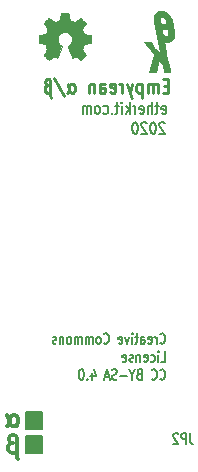
<source format=gbo>
G04 #@! TF.GenerationSoftware,KiCad,Pcbnew,5.1.6-c6e7f7d~86~ubuntu18.04.1*
G04 #@! TF.CreationDate,2020-06-07T15:31:20-07:00*
G04 #@! TF.ProjectId,Empyrean,456d7079-7265-4616-9e2e-6b696361645f,A*
G04 #@! TF.SameCoordinates,Original*
G04 #@! TF.FileFunction,Legend,Bot*
G04 #@! TF.FilePolarity,Positive*
%FSLAX46Y46*%
G04 Gerber Fmt 4.6, Leading zero omitted, Abs format (unit mm)*
G04 Created by KiCad (PCBNEW 5.1.6-c6e7f7d~86~ubuntu18.04.1) date 2020-06-07 15:31:20*
%MOMM*%
%LPD*%
G01*
G04 APERTURE LIST*
%ADD10C,0.175000*%
%ADD11C,0.200000*%
%ADD12C,0.250000*%
%ADD13C,0.300000*%
%ADD14C,0.002540*%
%ADD15C,0.150000*%
G04 APERTURE END LIST*
D10*
X138769583Y-135246428D02*
X138802916Y-135289285D01*
X138902916Y-135332142D01*
X138969583Y-135332142D01*
X139069583Y-135289285D01*
X139136250Y-135203571D01*
X139169583Y-135117857D01*
X139202916Y-134946428D01*
X139202916Y-134817857D01*
X139169583Y-134646428D01*
X139136250Y-134560714D01*
X139069583Y-134475000D01*
X138969583Y-134432142D01*
X138902916Y-134432142D01*
X138802916Y-134475000D01*
X138769583Y-134517857D01*
X138469583Y-135332142D02*
X138469583Y-134732142D01*
X138469583Y-134903571D02*
X138436250Y-134817857D01*
X138402916Y-134775000D01*
X138336250Y-134732142D01*
X138269583Y-134732142D01*
X137769583Y-135289285D02*
X137836250Y-135332142D01*
X137969583Y-135332142D01*
X138036250Y-135289285D01*
X138069583Y-135203571D01*
X138069583Y-134860714D01*
X138036250Y-134775000D01*
X137969583Y-134732142D01*
X137836250Y-134732142D01*
X137769583Y-134775000D01*
X137736250Y-134860714D01*
X137736250Y-134946428D01*
X138069583Y-135032142D01*
X137136250Y-135332142D02*
X137136250Y-134860714D01*
X137169583Y-134775000D01*
X137236250Y-134732142D01*
X137369583Y-134732142D01*
X137436250Y-134775000D01*
X137136250Y-135289285D02*
X137202916Y-135332142D01*
X137369583Y-135332142D01*
X137436250Y-135289285D01*
X137469583Y-135203571D01*
X137469583Y-135117857D01*
X137436250Y-135032142D01*
X137369583Y-134989285D01*
X137202916Y-134989285D01*
X137136250Y-134946428D01*
X136902916Y-134732142D02*
X136636250Y-134732142D01*
X136802916Y-134432142D02*
X136802916Y-135203571D01*
X136769583Y-135289285D01*
X136702916Y-135332142D01*
X136636250Y-135332142D01*
X136402916Y-135332142D02*
X136402916Y-134732142D01*
X136402916Y-134432142D02*
X136436250Y-134475000D01*
X136402916Y-134517857D01*
X136369583Y-134475000D01*
X136402916Y-134432142D01*
X136402916Y-134517857D01*
X136136250Y-134732142D02*
X135969583Y-135332142D01*
X135802916Y-134732142D01*
X135269583Y-135289285D02*
X135336250Y-135332142D01*
X135469583Y-135332142D01*
X135536250Y-135289285D01*
X135569583Y-135203571D01*
X135569583Y-134860714D01*
X135536250Y-134775000D01*
X135469583Y-134732142D01*
X135336250Y-134732142D01*
X135269583Y-134775000D01*
X135236250Y-134860714D01*
X135236250Y-134946428D01*
X135569583Y-135032142D01*
X134002916Y-135246428D02*
X134036250Y-135289285D01*
X134136250Y-135332142D01*
X134202916Y-135332142D01*
X134302916Y-135289285D01*
X134369583Y-135203571D01*
X134402916Y-135117857D01*
X134436250Y-134946428D01*
X134436250Y-134817857D01*
X134402916Y-134646428D01*
X134369583Y-134560714D01*
X134302916Y-134475000D01*
X134202916Y-134432142D01*
X134136250Y-134432142D01*
X134036250Y-134475000D01*
X134002916Y-134517857D01*
X133602916Y-135332142D02*
X133669583Y-135289285D01*
X133702916Y-135246428D01*
X133736250Y-135160714D01*
X133736250Y-134903571D01*
X133702916Y-134817857D01*
X133669583Y-134775000D01*
X133602916Y-134732142D01*
X133502916Y-134732142D01*
X133436250Y-134775000D01*
X133402916Y-134817857D01*
X133369583Y-134903571D01*
X133369583Y-135160714D01*
X133402916Y-135246428D01*
X133436250Y-135289285D01*
X133502916Y-135332142D01*
X133602916Y-135332142D01*
X133069583Y-135332142D02*
X133069583Y-134732142D01*
X133069583Y-134817857D02*
X133036250Y-134775000D01*
X132969583Y-134732142D01*
X132869583Y-134732142D01*
X132802916Y-134775000D01*
X132769583Y-134860714D01*
X132769583Y-135332142D01*
X132769583Y-134860714D02*
X132736250Y-134775000D01*
X132669583Y-134732142D01*
X132569583Y-134732142D01*
X132502916Y-134775000D01*
X132469583Y-134860714D01*
X132469583Y-135332142D01*
X132136250Y-135332142D02*
X132136250Y-134732142D01*
X132136250Y-134817857D02*
X132102916Y-134775000D01*
X132036250Y-134732142D01*
X131936250Y-134732142D01*
X131869583Y-134775000D01*
X131836250Y-134860714D01*
X131836250Y-135332142D01*
X131836250Y-134860714D02*
X131802916Y-134775000D01*
X131736250Y-134732142D01*
X131636250Y-134732142D01*
X131569583Y-134775000D01*
X131536250Y-134860714D01*
X131536250Y-135332142D01*
X131102916Y-135332142D02*
X131169583Y-135289285D01*
X131202916Y-135246428D01*
X131236250Y-135160714D01*
X131236250Y-134903571D01*
X131202916Y-134817857D01*
X131169583Y-134775000D01*
X131102916Y-134732142D01*
X131002916Y-134732142D01*
X130936250Y-134775000D01*
X130902916Y-134817857D01*
X130869583Y-134903571D01*
X130869583Y-135160714D01*
X130902916Y-135246428D01*
X130936250Y-135289285D01*
X131002916Y-135332142D01*
X131102916Y-135332142D01*
X130569583Y-134732142D02*
X130569583Y-135332142D01*
X130569583Y-134817857D02*
X130536250Y-134775000D01*
X130469583Y-134732142D01*
X130369583Y-134732142D01*
X130302916Y-134775000D01*
X130269583Y-134860714D01*
X130269583Y-135332142D01*
X129969583Y-135289285D02*
X129902916Y-135332142D01*
X129769583Y-135332142D01*
X129702916Y-135289285D01*
X129669583Y-135203571D01*
X129669583Y-135160714D01*
X129702916Y-135075000D01*
X129769583Y-135032142D01*
X129869583Y-135032142D01*
X129936250Y-134989285D01*
X129969583Y-134903571D01*
X129969583Y-134860714D01*
X129936250Y-134775000D01*
X129869583Y-134732142D01*
X129769583Y-134732142D01*
X129702916Y-134775000D01*
X138836250Y-136857142D02*
X139169583Y-136857142D01*
X139169583Y-135957142D01*
X138602916Y-136857142D02*
X138602916Y-136257142D01*
X138602916Y-135957142D02*
X138636250Y-136000000D01*
X138602916Y-136042857D01*
X138569583Y-136000000D01*
X138602916Y-135957142D01*
X138602916Y-136042857D01*
X137969583Y-136814285D02*
X138036250Y-136857142D01*
X138169583Y-136857142D01*
X138236250Y-136814285D01*
X138269583Y-136771428D01*
X138302916Y-136685714D01*
X138302916Y-136428571D01*
X138269583Y-136342857D01*
X138236250Y-136300000D01*
X138169583Y-136257142D01*
X138036250Y-136257142D01*
X137969583Y-136300000D01*
X137402916Y-136814285D02*
X137469583Y-136857142D01*
X137602916Y-136857142D01*
X137669583Y-136814285D01*
X137702916Y-136728571D01*
X137702916Y-136385714D01*
X137669583Y-136300000D01*
X137602916Y-136257142D01*
X137469583Y-136257142D01*
X137402916Y-136300000D01*
X137369583Y-136385714D01*
X137369583Y-136471428D01*
X137702916Y-136557142D01*
X137069583Y-136257142D02*
X137069583Y-136857142D01*
X137069583Y-136342857D02*
X137036250Y-136300000D01*
X136969583Y-136257142D01*
X136869583Y-136257142D01*
X136802916Y-136300000D01*
X136769583Y-136385714D01*
X136769583Y-136857142D01*
X136469583Y-136814285D02*
X136402916Y-136857142D01*
X136269583Y-136857142D01*
X136202916Y-136814285D01*
X136169583Y-136728571D01*
X136169583Y-136685714D01*
X136202916Y-136600000D01*
X136269583Y-136557142D01*
X136369583Y-136557142D01*
X136436250Y-136514285D01*
X136469583Y-136428571D01*
X136469583Y-136385714D01*
X136436250Y-136300000D01*
X136369583Y-136257142D01*
X136269583Y-136257142D01*
X136202916Y-136300000D01*
X135602916Y-136814285D02*
X135669583Y-136857142D01*
X135802916Y-136857142D01*
X135869583Y-136814285D01*
X135902916Y-136728571D01*
X135902916Y-136385714D01*
X135869583Y-136300000D01*
X135802916Y-136257142D01*
X135669583Y-136257142D01*
X135602916Y-136300000D01*
X135569583Y-136385714D01*
X135569583Y-136471428D01*
X135902916Y-136557142D01*
X138769583Y-138296428D02*
X138802916Y-138339285D01*
X138902916Y-138382142D01*
X138969583Y-138382142D01*
X139069583Y-138339285D01*
X139136250Y-138253571D01*
X139169583Y-138167857D01*
X139202916Y-137996428D01*
X139202916Y-137867857D01*
X139169583Y-137696428D01*
X139136250Y-137610714D01*
X139069583Y-137525000D01*
X138969583Y-137482142D01*
X138902916Y-137482142D01*
X138802916Y-137525000D01*
X138769583Y-137567857D01*
X138069583Y-138296428D02*
X138102916Y-138339285D01*
X138202916Y-138382142D01*
X138269583Y-138382142D01*
X138369583Y-138339285D01*
X138436250Y-138253571D01*
X138469583Y-138167857D01*
X138502916Y-137996428D01*
X138502916Y-137867857D01*
X138469583Y-137696428D01*
X138436250Y-137610714D01*
X138369583Y-137525000D01*
X138269583Y-137482142D01*
X138202916Y-137482142D01*
X138102916Y-137525000D01*
X138069583Y-137567857D01*
X137002916Y-137910714D02*
X136902916Y-137953571D01*
X136869583Y-137996428D01*
X136836250Y-138082142D01*
X136836250Y-138210714D01*
X136869583Y-138296428D01*
X136902916Y-138339285D01*
X136969583Y-138382142D01*
X137236250Y-138382142D01*
X137236250Y-137482142D01*
X137002916Y-137482142D01*
X136936250Y-137525000D01*
X136902916Y-137567857D01*
X136869583Y-137653571D01*
X136869583Y-137739285D01*
X136902916Y-137825000D01*
X136936250Y-137867857D01*
X137002916Y-137910714D01*
X137236250Y-137910714D01*
X136402916Y-137953571D02*
X136402916Y-138382142D01*
X136636250Y-137482142D02*
X136402916Y-137953571D01*
X136169583Y-137482142D01*
X135936250Y-138039285D02*
X135402916Y-138039285D01*
X135102916Y-138339285D02*
X135002916Y-138382142D01*
X134836250Y-138382142D01*
X134769583Y-138339285D01*
X134736250Y-138296428D01*
X134702916Y-138210714D01*
X134702916Y-138125000D01*
X134736250Y-138039285D01*
X134769583Y-137996428D01*
X134836250Y-137953571D01*
X134969583Y-137910714D01*
X135036250Y-137867857D01*
X135069583Y-137825000D01*
X135102916Y-137739285D01*
X135102916Y-137653571D01*
X135069583Y-137567857D01*
X135036250Y-137525000D01*
X134969583Y-137482142D01*
X134802916Y-137482142D01*
X134702916Y-137525000D01*
X134436250Y-138125000D02*
X134102916Y-138125000D01*
X134502916Y-138382142D02*
X134269583Y-137482142D01*
X134036250Y-138382142D01*
X132969583Y-137782142D02*
X132969583Y-138382142D01*
X133136250Y-137439285D02*
X133302916Y-138082142D01*
X132869583Y-138082142D01*
X132602916Y-138296428D02*
X132569583Y-138339285D01*
X132602916Y-138382142D01*
X132636250Y-138339285D01*
X132602916Y-138296428D01*
X132602916Y-138382142D01*
X132136250Y-137482142D02*
X132069583Y-137482142D01*
X132002916Y-137525000D01*
X131969583Y-137567857D01*
X131936250Y-137653571D01*
X131902916Y-137825000D01*
X131902916Y-138039285D01*
X131936250Y-138210714D01*
X131969583Y-138296428D01*
X132002916Y-138339285D01*
X132069583Y-138382142D01*
X132136250Y-138382142D01*
X132202916Y-138339285D01*
X132236250Y-138296428D01*
X132269583Y-138210714D01*
X132302916Y-138039285D01*
X132302916Y-137825000D01*
X132269583Y-137653571D01*
X132236250Y-137567857D01*
X132202916Y-137525000D01*
X132136250Y-137482142D01*
D11*
X139167619Y-116647619D02*
X139129523Y-116600000D01*
X139053333Y-116552380D01*
X138862857Y-116552380D01*
X138786666Y-116600000D01*
X138748571Y-116647619D01*
X138710476Y-116742857D01*
X138710476Y-116838095D01*
X138748571Y-116980952D01*
X139205714Y-117552380D01*
X138710476Y-117552380D01*
X138215238Y-116552380D02*
X138139047Y-116552380D01*
X138062857Y-116600000D01*
X138024761Y-116647619D01*
X137986666Y-116742857D01*
X137948571Y-116933333D01*
X137948571Y-117171428D01*
X137986666Y-117361904D01*
X138024761Y-117457142D01*
X138062857Y-117504761D01*
X138139047Y-117552380D01*
X138215238Y-117552380D01*
X138291428Y-117504761D01*
X138329523Y-117457142D01*
X138367619Y-117361904D01*
X138405714Y-117171428D01*
X138405714Y-116933333D01*
X138367619Y-116742857D01*
X138329523Y-116647619D01*
X138291428Y-116600000D01*
X138215238Y-116552380D01*
X137643809Y-116647619D02*
X137605714Y-116600000D01*
X137529523Y-116552380D01*
X137339047Y-116552380D01*
X137262857Y-116600000D01*
X137224761Y-116647619D01*
X137186666Y-116742857D01*
X137186666Y-116838095D01*
X137224761Y-116980952D01*
X137681904Y-117552380D01*
X137186666Y-117552380D01*
X136691428Y-116552380D02*
X136615238Y-116552380D01*
X136539047Y-116600000D01*
X136500952Y-116647619D01*
X136462857Y-116742857D01*
X136424761Y-116933333D01*
X136424761Y-117171428D01*
X136462857Y-117361904D01*
X136500952Y-117457142D01*
X136539047Y-117504761D01*
X136615238Y-117552380D01*
X136691428Y-117552380D01*
X136767619Y-117504761D01*
X136805714Y-117457142D01*
X136843809Y-117361904D01*
X136881904Y-117171428D01*
X136881904Y-116933333D01*
X136843809Y-116742857D01*
X136805714Y-116647619D01*
X136767619Y-116600000D01*
X136691428Y-116552380D01*
X138924761Y-115804761D02*
X139000952Y-115852380D01*
X139153333Y-115852380D01*
X139229523Y-115804761D01*
X139267619Y-115709523D01*
X139267619Y-115328571D01*
X139229523Y-115233333D01*
X139153333Y-115185714D01*
X139000952Y-115185714D01*
X138924761Y-115233333D01*
X138886666Y-115328571D01*
X138886666Y-115423809D01*
X139267619Y-115519047D01*
X138658095Y-115185714D02*
X138353333Y-115185714D01*
X138543809Y-114852380D02*
X138543809Y-115709523D01*
X138505714Y-115804761D01*
X138429523Y-115852380D01*
X138353333Y-115852380D01*
X138086666Y-115852380D02*
X138086666Y-114852380D01*
X137743809Y-115852380D02*
X137743809Y-115328571D01*
X137781904Y-115233333D01*
X137858095Y-115185714D01*
X137972380Y-115185714D01*
X138048571Y-115233333D01*
X138086666Y-115280952D01*
X137058095Y-115804761D02*
X137134285Y-115852380D01*
X137286666Y-115852380D01*
X137362857Y-115804761D01*
X137400952Y-115709523D01*
X137400952Y-115328571D01*
X137362857Y-115233333D01*
X137286666Y-115185714D01*
X137134285Y-115185714D01*
X137058095Y-115233333D01*
X137020000Y-115328571D01*
X137020000Y-115423809D01*
X137400952Y-115519047D01*
X136677142Y-115852380D02*
X136677142Y-115185714D01*
X136677142Y-115376190D02*
X136639047Y-115280952D01*
X136600952Y-115233333D01*
X136524761Y-115185714D01*
X136448571Y-115185714D01*
X136181904Y-115852380D02*
X136181904Y-114852380D01*
X136105714Y-115471428D02*
X135877142Y-115852380D01*
X135877142Y-115185714D02*
X136181904Y-115566666D01*
X135534285Y-115852380D02*
X135534285Y-115185714D01*
X135534285Y-114852380D02*
X135572380Y-114900000D01*
X135534285Y-114947619D01*
X135496190Y-114900000D01*
X135534285Y-114852380D01*
X135534285Y-114947619D01*
X135267619Y-115185714D02*
X134962857Y-115185714D01*
X135153333Y-114852380D02*
X135153333Y-115709523D01*
X135115238Y-115804761D01*
X135039047Y-115852380D01*
X134962857Y-115852380D01*
X134696190Y-115757142D02*
X134658095Y-115804761D01*
X134696190Y-115852380D01*
X134734285Y-115804761D01*
X134696190Y-115757142D01*
X134696190Y-115852380D01*
X133972380Y-115804761D02*
X134048571Y-115852380D01*
X134200952Y-115852380D01*
X134277142Y-115804761D01*
X134315238Y-115757142D01*
X134353333Y-115661904D01*
X134353333Y-115376190D01*
X134315238Y-115280952D01*
X134277142Y-115233333D01*
X134200952Y-115185714D01*
X134048571Y-115185714D01*
X133972380Y-115233333D01*
X133515238Y-115852380D02*
X133591428Y-115804761D01*
X133629523Y-115757142D01*
X133667619Y-115661904D01*
X133667619Y-115376190D01*
X133629523Y-115280952D01*
X133591428Y-115233333D01*
X133515238Y-115185714D01*
X133400952Y-115185714D01*
X133324761Y-115233333D01*
X133286666Y-115280952D01*
X133248571Y-115376190D01*
X133248571Y-115661904D01*
X133286666Y-115757142D01*
X133324761Y-115804761D01*
X133400952Y-115852380D01*
X133515238Y-115852380D01*
X132905714Y-115852380D02*
X132905714Y-115185714D01*
X132905714Y-115280952D02*
X132867619Y-115233333D01*
X132791428Y-115185714D01*
X132677142Y-115185714D01*
X132600952Y-115233333D01*
X132562857Y-115328571D01*
X132562857Y-115852380D01*
X132562857Y-115328571D02*
X132524761Y-115233333D01*
X132448571Y-115185714D01*
X132334285Y-115185714D01*
X132258095Y-115233333D01*
X132220000Y-115328571D01*
X132220000Y-115852380D01*
D12*
X139464285Y-113464285D02*
X139130952Y-113464285D01*
X138988095Y-114092857D02*
X139464285Y-114092857D01*
X139464285Y-112892857D01*
X138988095Y-112892857D01*
X138559523Y-114092857D02*
X138559523Y-113292857D01*
X138559523Y-113407142D02*
X138511904Y-113350000D01*
X138416666Y-113292857D01*
X138273809Y-113292857D01*
X138178571Y-113350000D01*
X138130952Y-113464285D01*
X138130952Y-114092857D01*
X138130952Y-113464285D02*
X138083333Y-113350000D01*
X137988095Y-113292857D01*
X137845238Y-113292857D01*
X137750000Y-113350000D01*
X137702380Y-113464285D01*
X137702380Y-114092857D01*
X137226190Y-113292857D02*
X137226190Y-114492857D01*
X137226190Y-113350000D02*
X137130952Y-113292857D01*
X136940476Y-113292857D01*
X136845238Y-113350000D01*
X136797619Y-113407142D01*
X136750000Y-113521428D01*
X136750000Y-113864285D01*
X136797619Y-113978571D01*
X136845238Y-114035714D01*
X136940476Y-114092857D01*
X137130952Y-114092857D01*
X137226190Y-114035714D01*
X136416666Y-113292857D02*
X136178571Y-114092857D01*
X135940476Y-113292857D02*
X136178571Y-114092857D01*
X136273809Y-114378571D01*
X136321428Y-114435714D01*
X136416666Y-114492857D01*
X135559523Y-114092857D02*
X135559523Y-113292857D01*
X135559523Y-113521428D02*
X135511904Y-113407142D01*
X135464285Y-113350000D01*
X135369047Y-113292857D01*
X135273809Y-113292857D01*
X134559523Y-114035714D02*
X134654761Y-114092857D01*
X134845238Y-114092857D01*
X134940476Y-114035714D01*
X134988095Y-113921428D01*
X134988095Y-113464285D01*
X134940476Y-113350000D01*
X134845238Y-113292857D01*
X134654761Y-113292857D01*
X134559523Y-113350000D01*
X134511904Y-113464285D01*
X134511904Y-113578571D01*
X134988095Y-113692857D01*
X133654761Y-114092857D02*
X133654761Y-113464285D01*
X133702380Y-113350000D01*
X133797619Y-113292857D01*
X133988095Y-113292857D01*
X134083333Y-113350000D01*
X133654761Y-114035714D02*
X133750000Y-114092857D01*
X133988095Y-114092857D01*
X134083333Y-114035714D01*
X134130952Y-113921428D01*
X134130952Y-113807142D01*
X134083333Y-113692857D01*
X133988095Y-113635714D01*
X133750000Y-113635714D01*
X133654761Y-113578571D01*
X133178571Y-113292857D02*
X133178571Y-114092857D01*
X133178571Y-113407142D02*
X133130952Y-113350000D01*
X133035714Y-113292857D01*
X132892857Y-113292857D01*
X132797619Y-113350000D01*
X132750000Y-113464285D01*
X132750000Y-114092857D01*
X130940476Y-113292857D02*
X131083333Y-113864285D01*
X131130952Y-113978571D01*
X131178571Y-114035714D01*
X131273809Y-114092857D01*
X131369047Y-114092857D01*
X131464285Y-114035714D01*
X131511904Y-113978571D01*
X131559523Y-113807142D01*
X131559523Y-113578571D01*
X131511904Y-113407142D01*
X131464285Y-113350000D01*
X131369047Y-113292857D01*
X131273809Y-113292857D01*
X131178571Y-113350000D01*
X131130952Y-113407142D01*
X131083333Y-113521428D01*
X131035714Y-113921428D01*
X130988095Y-114035714D01*
X130892857Y-114092857D01*
X129797619Y-112835714D02*
X130654761Y-114378571D01*
X129178571Y-113407142D02*
X129083333Y-113464285D01*
X129035714Y-113521428D01*
X128988095Y-113635714D01*
X128988095Y-113864285D01*
X129035714Y-113978571D01*
X129083333Y-114035714D01*
X129178571Y-114092857D01*
X129321428Y-114092857D01*
X129416666Y-114035714D01*
X129464285Y-113978571D01*
X129559523Y-114492857D02*
X129511904Y-114435714D01*
X129464285Y-114321428D01*
X129464285Y-113064285D01*
X129416666Y-112950000D01*
X129321428Y-112892857D01*
X129178571Y-112892857D01*
X129083333Y-112950000D01*
X129035714Y-113064285D01*
X129035714Y-113235714D01*
X129083333Y-113350000D01*
X129178571Y-113407142D01*
X129273809Y-113407142D01*
D13*
X126192857Y-143721428D02*
X126050000Y-143792857D01*
X125978571Y-143864285D01*
X125907142Y-144007142D01*
X125907142Y-144292857D01*
X125978571Y-144435714D01*
X126050000Y-144507142D01*
X126192857Y-144578571D01*
X126407142Y-144578571D01*
X126550000Y-144507142D01*
X126621428Y-144435714D01*
X126764285Y-145078571D02*
X126692857Y-145007142D01*
X126621428Y-144864285D01*
X126621428Y-143292857D01*
X126550000Y-143150000D01*
X126407142Y-143078571D01*
X126192857Y-143078571D01*
X126050000Y-143150000D01*
X125978571Y-143292857D01*
X125978571Y-143507142D01*
X126050000Y-143650000D01*
X126192857Y-143721428D01*
X126335714Y-143721428D01*
X125835714Y-141328571D02*
X126050000Y-142042857D01*
X126121428Y-142185714D01*
X126192857Y-142257142D01*
X126335714Y-142328571D01*
X126478571Y-142328571D01*
X126621428Y-142257142D01*
X126692857Y-142185714D01*
X126764285Y-141971428D01*
X126764285Y-141685714D01*
X126692857Y-141471428D01*
X126621428Y-141400000D01*
X126478571Y-141328571D01*
X126335714Y-141328571D01*
X126192857Y-141400000D01*
X126121428Y-141471428D01*
X126050000Y-141614285D01*
X125978571Y-142114285D01*
X125907142Y-142257142D01*
X125764285Y-142328571D01*
D14*
G36*
X132048740Y-111298980D02*
G01*
X132025880Y-111286280D01*
X131972540Y-111253260D01*
X131898880Y-111205000D01*
X131809980Y-111146580D01*
X131723620Y-111085620D01*
X131649960Y-111037360D01*
X131599160Y-111004340D01*
X131578840Y-110994180D01*
X131566140Y-110996720D01*
X131525500Y-111017040D01*
X131464540Y-111050060D01*
X131428980Y-111067840D01*
X131373100Y-111090700D01*
X131345160Y-111095780D01*
X131340080Y-111088160D01*
X131319760Y-111047520D01*
X131289280Y-110973860D01*
X131246100Y-110877340D01*
X131197840Y-110763040D01*
X131147040Y-110641120D01*
X131093700Y-110519200D01*
X131045440Y-110399820D01*
X131002260Y-110293140D01*
X130966700Y-110206780D01*
X130943840Y-110145820D01*
X130936220Y-110120420D01*
X130938760Y-110115340D01*
X130966700Y-110087400D01*
X131014960Y-110051840D01*
X131119100Y-109965480D01*
X131223240Y-109835940D01*
X131286740Y-109688620D01*
X131309600Y-109523520D01*
X131291820Y-109373660D01*
X131230860Y-109228880D01*
X131129260Y-109096800D01*
X131004800Y-109000280D01*
X130862560Y-108936780D01*
X130700000Y-108916460D01*
X130545060Y-108934240D01*
X130397740Y-108992660D01*
X130265660Y-109094260D01*
X130209780Y-109157760D01*
X130133580Y-109289840D01*
X130090400Y-109432080D01*
X130085320Y-109467640D01*
X130092940Y-109625120D01*
X130138660Y-109774980D01*
X130219940Y-109907060D01*
X130334240Y-110018820D01*
X130349480Y-110028980D01*
X130402820Y-110067080D01*
X130438380Y-110095020D01*
X130466320Y-110117880D01*
X130268200Y-110597940D01*
X130235180Y-110674140D01*
X130181840Y-110803680D01*
X130133580Y-110917980D01*
X130092940Y-111006880D01*
X130067540Y-111067840D01*
X130054840Y-111090700D01*
X130054840Y-111093240D01*
X130037060Y-111095780D01*
X130001500Y-111083080D01*
X129932920Y-111050060D01*
X129889740Y-111027200D01*
X129838940Y-111001800D01*
X129816080Y-110994180D01*
X129795760Y-111004340D01*
X129747500Y-111034820D01*
X129676380Y-111083080D01*
X129590020Y-111141500D01*
X129508740Y-111197380D01*
X129435080Y-111245640D01*
X129379200Y-111281200D01*
X129353800Y-111296440D01*
X129348720Y-111296440D01*
X129325860Y-111283740D01*
X129282680Y-111245640D01*
X129216640Y-111184680D01*
X129125200Y-111093240D01*
X129109960Y-111080540D01*
X129033760Y-111001800D01*
X128972800Y-110938300D01*
X128932160Y-110892580D01*
X128916920Y-110869720D01*
X128929620Y-110844320D01*
X128965180Y-110790980D01*
X129013440Y-110714780D01*
X129074400Y-110625880D01*
X129234420Y-110394740D01*
X129145520Y-110176300D01*
X129120120Y-110110260D01*
X129084560Y-110028980D01*
X129059160Y-109973100D01*
X129046460Y-109947700D01*
X129023600Y-109937540D01*
X128965180Y-109924840D01*
X128878820Y-109907060D01*
X128774680Y-109886740D01*
X128675620Y-109868960D01*
X128589260Y-109851180D01*
X128523220Y-109838480D01*
X128495280Y-109833400D01*
X128487660Y-109830860D01*
X128482580Y-109815620D01*
X128480040Y-109785140D01*
X128477500Y-109731800D01*
X128474960Y-109647980D01*
X128474960Y-109523520D01*
X128474960Y-109510820D01*
X128477500Y-109393980D01*
X128477500Y-109300000D01*
X128482580Y-109241580D01*
X128485120Y-109216180D01*
X128513060Y-109211100D01*
X128576560Y-109195860D01*
X128665460Y-109180620D01*
X128769600Y-109160300D01*
X128777220Y-109157760D01*
X128881360Y-109137440D01*
X128970260Y-109119660D01*
X129031220Y-109104420D01*
X129059160Y-109096800D01*
X129064240Y-109089180D01*
X129084560Y-109048540D01*
X129115040Y-108982500D01*
X129150600Y-108903760D01*
X129183620Y-108819940D01*
X129214100Y-108746280D01*
X129234420Y-108690400D01*
X129239500Y-108665000D01*
X129224260Y-108639600D01*
X129188700Y-108586260D01*
X129137900Y-108510060D01*
X129074400Y-108421160D01*
X129071860Y-108413540D01*
X129010900Y-108324640D01*
X128960100Y-108248440D01*
X128929620Y-108195100D01*
X128916920Y-108172240D01*
X128916920Y-108169700D01*
X128937240Y-108144300D01*
X128982960Y-108093500D01*
X129046460Y-108024920D01*
X129125200Y-107946180D01*
X129150600Y-107920780D01*
X129236960Y-107836960D01*
X129295380Y-107781080D01*
X129333480Y-107753140D01*
X129351260Y-107745520D01*
X129379200Y-107763300D01*
X129435080Y-107798860D01*
X129511280Y-107852200D01*
X129602720Y-107913160D01*
X129607800Y-107915700D01*
X129696700Y-107976660D01*
X129770360Y-108027460D01*
X129823700Y-108063020D01*
X129846560Y-108075720D01*
X129851640Y-108075720D01*
X129887200Y-108065560D01*
X129950700Y-108042700D01*
X130026900Y-108012220D01*
X130110720Y-107979200D01*
X130184380Y-107948720D01*
X130240260Y-107923320D01*
X130268200Y-107908080D01*
X130268200Y-107905540D01*
X130278360Y-107875060D01*
X130293600Y-107809020D01*
X130311380Y-107717580D01*
X130331700Y-107608360D01*
X130336780Y-107590580D01*
X130357100Y-107483900D01*
X130372340Y-107397540D01*
X130385040Y-107336580D01*
X130392660Y-107311180D01*
X130407900Y-107308640D01*
X130458700Y-107303560D01*
X130537440Y-107301020D01*
X130633960Y-107301020D01*
X130733020Y-107301020D01*
X130832080Y-107303560D01*
X130915900Y-107306100D01*
X130974320Y-107311180D01*
X130999720Y-107316260D01*
X131002260Y-107316260D01*
X131009880Y-107349280D01*
X131025120Y-107415320D01*
X131042900Y-107509300D01*
X131065760Y-107618520D01*
X131068300Y-107636300D01*
X131088620Y-107742980D01*
X131106400Y-107829340D01*
X131119100Y-107890300D01*
X131126720Y-107913160D01*
X131134340Y-107918240D01*
X131180060Y-107936020D01*
X131251180Y-107966500D01*
X131337540Y-108002060D01*
X131540740Y-108083340D01*
X131792200Y-107913160D01*
X131815060Y-107897920D01*
X131903960Y-107836960D01*
X131977620Y-107786160D01*
X132028420Y-107753140D01*
X132051280Y-107742980D01*
X132076680Y-107765840D01*
X132127480Y-107811560D01*
X132193520Y-107877600D01*
X132272260Y-107956340D01*
X132330680Y-108012220D01*
X132399260Y-108083340D01*
X132444980Y-108131600D01*
X132467840Y-108162080D01*
X132475460Y-108179860D01*
X132472920Y-108192560D01*
X132457680Y-108217960D01*
X132422120Y-108271300D01*
X132368780Y-108347500D01*
X132307820Y-108436400D01*
X132259560Y-108510060D01*
X132203680Y-108593880D01*
X132168120Y-108654840D01*
X132157960Y-108682780D01*
X132160500Y-108695480D01*
X132178280Y-108743740D01*
X132206220Y-108817400D01*
X132244320Y-108906300D01*
X132330680Y-109104420D01*
X132460220Y-109129820D01*
X132538960Y-109142520D01*
X132650720Y-109165380D01*
X132754860Y-109185700D01*
X132919960Y-109216180D01*
X132925040Y-109818160D01*
X132899640Y-109828320D01*
X132874240Y-109835940D01*
X132813280Y-109848640D01*
X132726920Y-109866420D01*
X132625320Y-109886740D01*
X132538960Y-109901980D01*
X132450060Y-109919760D01*
X132386560Y-109932460D01*
X132358620Y-109937540D01*
X132351000Y-109947700D01*
X132330680Y-109988340D01*
X132297660Y-110056920D01*
X132264640Y-110138200D01*
X132229080Y-110222020D01*
X132198600Y-110300760D01*
X132175740Y-110359180D01*
X132168120Y-110392200D01*
X132180820Y-110415060D01*
X132213840Y-110465860D01*
X132262100Y-110539520D01*
X132320520Y-110625880D01*
X132381480Y-110714780D01*
X132432280Y-110788440D01*
X132465300Y-110841780D01*
X132480540Y-110867180D01*
X132472920Y-110884960D01*
X132439900Y-110925600D01*
X132373860Y-110994180D01*
X132274800Y-111090700D01*
X132259560Y-111105940D01*
X132180820Y-111182140D01*
X132114780Y-111243100D01*
X132069060Y-111283740D01*
X132048740Y-111298980D01*
G37*
X132048740Y-111298980D02*
X132025880Y-111286280D01*
X131972540Y-111253260D01*
X131898880Y-111205000D01*
X131809980Y-111146580D01*
X131723620Y-111085620D01*
X131649960Y-111037360D01*
X131599160Y-111004340D01*
X131578840Y-110994180D01*
X131566140Y-110996720D01*
X131525500Y-111017040D01*
X131464540Y-111050060D01*
X131428980Y-111067840D01*
X131373100Y-111090700D01*
X131345160Y-111095780D01*
X131340080Y-111088160D01*
X131319760Y-111047520D01*
X131289280Y-110973860D01*
X131246100Y-110877340D01*
X131197840Y-110763040D01*
X131147040Y-110641120D01*
X131093700Y-110519200D01*
X131045440Y-110399820D01*
X131002260Y-110293140D01*
X130966700Y-110206780D01*
X130943840Y-110145820D01*
X130936220Y-110120420D01*
X130938760Y-110115340D01*
X130966700Y-110087400D01*
X131014960Y-110051840D01*
X131119100Y-109965480D01*
X131223240Y-109835940D01*
X131286740Y-109688620D01*
X131309600Y-109523520D01*
X131291820Y-109373660D01*
X131230860Y-109228880D01*
X131129260Y-109096800D01*
X131004800Y-109000280D01*
X130862560Y-108936780D01*
X130700000Y-108916460D01*
X130545060Y-108934240D01*
X130397740Y-108992660D01*
X130265660Y-109094260D01*
X130209780Y-109157760D01*
X130133580Y-109289840D01*
X130090400Y-109432080D01*
X130085320Y-109467640D01*
X130092940Y-109625120D01*
X130138660Y-109774980D01*
X130219940Y-109907060D01*
X130334240Y-110018820D01*
X130349480Y-110028980D01*
X130402820Y-110067080D01*
X130438380Y-110095020D01*
X130466320Y-110117880D01*
X130268200Y-110597940D01*
X130235180Y-110674140D01*
X130181840Y-110803680D01*
X130133580Y-110917980D01*
X130092940Y-111006880D01*
X130067540Y-111067840D01*
X130054840Y-111090700D01*
X130054840Y-111093240D01*
X130037060Y-111095780D01*
X130001500Y-111083080D01*
X129932920Y-111050060D01*
X129889740Y-111027200D01*
X129838940Y-111001800D01*
X129816080Y-110994180D01*
X129795760Y-111004340D01*
X129747500Y-111034820D01*
X129676380Y-111083080D01*
X129590020Y-111141500D01*
X129508740Y-111197380D01*
X129435080Y-111245640D01*
X129379200Y-111281200D01*
X129353800Y-111296440D01*
X129348720Y-111296440D01*
X129325860Y-111283740D01*
X129282680Y-111245640D01*
X129216640Y-111184680D01*
X129125200Y-111093240D01*
X129109960Y-111080540D01*
X129033760Y-111001800D01*
X128972800Y-110938300D01*
X128932160Y-110892580D01*
X128916920Y-110869720D01*
X128929620Y-110844320D01*
X128965180Y-110790980D01*
X129013440Y-110714780D01*
X129074400Y-110625880D01*
X129234420Y-110394740D01*
X129145520Y-110176300D01*
X129120120Y-110110260D01*
X129084560Y-110028980D01*
X129059160Y-109973100D01*
X129046460Y-109947700D01*
X129023600Y-109937540D01*
X128965180Y-109924840D01*
X128878820Y-109907060D01*
X128774680Y-109886740D01*
X128675620Y-109868960D01*
X128589260Y-109851180D01*
X128523220Y-109838480D01*
X128495280Y-109833400D01*
X128487660Y-109830860D01*
X128482580Y-109815620D01*
X128480040Y-109785140D01*
X128477500Y-109731800D01*
X128474960Y-109647980D01*
X128474960Y-109523520D01*
X128474960Y-109510820D01*
X128477500Y-109393980D01*
X128477500Y-109300000D01*
X128482580Y-109241580D01*
X128485120Y-109216180D01*
X128513060Y-109211100D01*
X128576560Y-109195860D01*
X128665460Y-109180620D01*
X128769600Y-109160300D01*
X128777220Y-109157760D01*
X128881360Y-109137440D01*
X128970260Y-109119660D01*
X129031220Y-109104420D01*
X129059160Y-109096800D01*
X129064240Y-109089180D01*
X129084560Y-109048540D01*
X129115040Y-108982500D01*
X129150600Y-108903760D01*
X129183620Y-108819940D01*
X129214100Y-108746280D01*
X129234420Y-108690400D01*
X129239500Y-108665000D01*
X129224260Y-108639600D01*
X129188700Y-108586260D01*
X129137900Y-108510060D01*
X129074400Y-108421160D01*
X129071860Y-108413540D01*
X129010900Y-108324640D01*
X128960100Y-108248440D01*
X128929620Y-108195100D01*
X128916920Y-108172240D01*
X128916920Y-108169700D01*
X128937240Y-108144300D01*
X128982960Y-108093500D01*
X129046460Y-108024920D01*
X129125200Y-107946180D01*
X129150600Y-107920780D01*
X129236960Y-107836960D01*
X129295380Y-107781080D01*
X129333480Y-107753140D01*
X129351260Y-107745520D01*
X129379200Y-107763300D01*
X129435080Y-107798860D01*
X129511280Y-107852200D01*
X129602720Y-107913160D01*
X129607800Y-107915700D01*
X129696700Y-107976660D01*
X129770360Y-108027460D01*
X129823700Y-108063020D01*
X129846560Y-108075720D01*
X129851640Y-108075720D01*
X129887200Y-108065560D01*
X129950700Y-108042700D01*
X130026900Y-108012220D01*
X130110720Y-107979200D01*
X130184380Y-107948720D01*
X130240260Y-107923320D01*
X130268200Y-107908080D01*
X130268200Y-107905540D01*
X130278360Y-107875060D01*
X130293600Y-107809020D01*
X130311380Y-107717580D01*
X130331700Y-107608360D01*
X130336780Y-107590580D01*
X130357100Y-107483900D01*
X130372340Y-107397540D01*
X130385040Y-107336580D01*
X130392660Y-107311180D01*
X130407900Y-107308640D01*
X130458700Y-107303560D01*
X130537440Y-107301020D01*
X130633960Y-107301020D01*
X130733020Y-107301020D01*
X130832080Y-107303560D01*
X130915900Y-107306100D01*
X130974320Y-107311180D01*
X130999720Y-107316260D01*
X131002260Y-107316260D01*
X131009880Y-107349280D01*
X131025120Y-107415320D01*
X131042900Y-107509300D01*
X131065760Y-107618520D01*
X131068300Y-107636300D01*
X131088620Y-107742980D01*
X131106400Y-107829340D01*
X131119100Y-107890300D01*
X131126720Y-107913160D01*
X131134340Y-107918240D01*
X131180060Y-107936020D01*
X131251180Y-107966500D01*
X131337540Y-108002060D01*
X131540740Y-108083340D01*
X131792200Y-107913160D01*
X131815060Y-107897920D01*
X131903960Y-107836960D01*
X131977620Y-107786160D01*
X132028420Y-107753140D01*
X132051280Y-107742980D01*
X132076680Y-107765840D01*
X132127480Y-107811560D01*
X132193520Y-107877600D01*
X132272260Y-107956340D01*
X132330680Y-108012220D01*
X132399260Y-108083340D01*
X132444980Y-108131600D01*
X132467840Y-108162080D01*
X132475460Y-108179860D01*
X132472920Y-108192560D01*
X132457680Y-108217960D01*
X132422120Y-108271300D01*
X132368780Y-108347500D01*
X132307820Y-108436400D01*
X132259560Y-108510060D01*
X132203680Y-108593880D01*
X132168120Y-108654840D01*
X132157960Y-108682780D01*
X132160500Y-108695480D01*
X132178280Y-108743740D01*
X132206220Y-108817400D01*
X132244320Y-108906300D01*
X132330680Y-109104420D01*
X132460220Y-109129820D01*
X132538960Y-109142520D01*
X132650720Y-109165380D01*
X132754860Y-109185700D01*
X132919960Y-109216180D01*
X132925040Y-109818160D01*
X132899640Y-109828320D01*
X132874240Y-109835940D01*
X132813280Y-109848640D01*
X132726920Y-109866420D01*
X132625320Y-109886740D01*
X132538960Y-109901980D01*
X132450060Y-109919760D01*
X132386560Y-109932460D01*
X132358620Y-109937540D01*
X132351000Y-109947700D01*
X132330680Y-109988340D01*
X132297660Y-110056920D01*
X132264640Y-110138200D01*
X132229080Y-110222020D01*
X132198600Y-110300760D01*
X132175740Y-110359180D01*
X132168120Y-110392200D01*
X132180820Y-110415060D01*
X132213840Y-110465860D01*
X132262100Y-110539520D01*
X132320520Y-110625880D01*
X132381480Y-110714780D01*
X132432280Y-110788440D01*
X132465300Y-110841780D01*
X132480540Y-110867180D01*
X132472920Y-110884960D01*
X132439900Y-110925600D01*
X132373860Y-110994180D01*
X132274800Y-111090700D01*
X132259560Y-111105940D01*
X132180820Y-111182140D01*
X132114780Y-111243100D01*
X132069060Y-111283740D01*
X132048740Y-111298980D01*
G36*
X138118340Y-112356040D02*
G01*
X138077700Y-112356040D01*
X137950700Y-112353500D01*
X137866880Y-112348420D01*
X137836400Y-112340800D01*
X137841480Y-112320480D01*
X137859260Y-112249360D01*
X137892280Y-112129980D01*
X137932920Y-111975040D01*
X137983720Y-111789620D01*
X138082780Y-111428940D01*
X138136120Y-111238440D01*
X138179300Y-111070800D01*
X138214860Y-110941260D01*
X138237720Y-110852360D01*
X138245340Y-110816800D01*
X138245340Y-110814260D01*
X138217400Y-110773620D01*
X138158980Y-110692340D01*
X138072620Y-110580580D01*
X137965940Y-110445960D01*
X137844020Y-110293560D01*
X137442700Y-109798260D01*
X137955780Y-109798260D01*
X138377420Y-110339280D01*
X138433300Y-110407860D01*
X138550140Y-110557720D01*
X138651740Y-110687260D01*
X138733020Y-110788860D01*
X138783820Y-110852360D01*
X138804140Y-110875220D01*
X138801600Y-110859980D01*
X138788900Y-110788860D01*
X138766040Y-110669480D01*
X138735560Y-110509460D01*
X138697460Y-110311340D01*
X138654280Y-110087820D01*
X138606020Y-109843980D01*
X138573000Y-109671260D01*
X138524740Y-109437580D01*
X138484100Y-109229300D01*
X138451080Y-109051500D01*
X138425680Y-108914340D01*
X138407900Y-108825440D01*
X138402820Y-108787340D01*
X138402820Y-108779720D01*
X138415520Y-108769560D01*
X138453620Y-108764480D01*
X138529820Y-108764480D01*
X138656820Y-108764480D01*
X138910820Y-108769560D01*
X138936220Y-108894020D01*
X138964160Y-109010860D01*
X139004800Y-109094680D01*
X139063220Y-109163260D01*
X139103860Y-109198820D01*
X139174980Y-109236920D01*
X139263880Y-109247080D01*
X139268960Y-109247080D01*
X139340080Y-109236920D01*
X139398500Y-109198820D01*
X139408660Y-109188660D01*
X139446760Y-109140400D01*
X139462000Y-109081980D01*
X139454380Y-108990540D01*
X139431520Y-108855920D01*
X139411200Y-108764480D01*
X139395960Y-108688280D01*
X139390880Y-108657800D01*
X139375640Y-108655260D01*
X139309600Y-108655260D01*
X139235940Y-108652720D01*
X139235940Y-108226000D01*
X139286740Y-108220920D01*
X139304520Y-108213300D01*
X139307060Y-108200600D01*
X139301980Y-108185360D01*
X139286740Y-108119320D01*
X139266420Y-108025340D01*
X139256260Y-107984700D01*
X139228320Y-107885640D01*
X139200380Y-107817060D01*
X139192760Y-107804360D01*
X139121640Y-107725620D01*
X139025120Y-107677360D01*
X138920980Y-107662120D01*
X138832080Y-107682440D01*
X138768580Y-107743400D01*
X138766040Y-107748480D01*
X138748260Y-107837380D01*
X138753340Y-107961840D01*
X138776200Y-108101540D01*
X138804140Y-108218380D01*
X139058140Y-108223460D01*
X139141960Y-108226000D01*
X139235940Y-108226000D01*
X139235940Y-108652720D01*
X139197840Y-108652720D01*
X139053060Y-108652720D01*
X138880340Y-108650180D01*
X138372340Y-108650180D01*
X138362180Y-108614620D01*
X138359640Y-108607000D01*
X138336780Y-108500320D01*
X138311380Y-108360620D01*
X138283440Y-108208220D01*
X138255500Y-108055820D01*
X138235180Y-107921200D01*
X138219940Y-107814520D01*
X138212320Y-107756100D01*
X138214860Y-107725620D01*
X138250420Y-107545280D01*
X138339320Y-107387800D01*
X138466320Y-107260800D01*
X138626340Y-107184600D01*
X138644120Y-107179520D01*
X138763500Y-107161740D01*
X138903200Y-107161740D01*
X139027660Y-107176980D01*
X139147040Y-107212540D01*
X139329920Y-107314140D01*
X139497560Y-107456380D01*
X139634720Y-107624020D01*
X139728700Y-107804360D01*
X139736320Y-107827220D01*
X139756640Y-107916120D01*
X139784580Y-108045660D01*
X139820140Y-108203140D01*
X139855700Y-108378400D01*
X139891260Y-108558740D01*
X139924280Y-108731460D01*
X139952220Y-108881320D01*
X139972540Y-108998160D01*
X139982700Y-109069280D01*
X139982700Y-109170880D01*
X139962380Y-109335980D01*
X139911580Y-109473140D01*
X139891260Y-109506160D01*
X139774420Y-109635700D01*
X139616940Y-109727140D01*
X139434060Y-109772860D01*
X139238480Y-109767780D01*
X139215620Y-109765240D01*
X139144500Y-109755080D01*
X139114020Y-109755080D01*
X139114020Y-109762700D01*
X139124180Y-109823660D01*
X139147040Y-109935420D01*
X139177520Y-110090360D01*
X139215620Y-110288480D01*
X139258800Y-110517080D01*
X139309600Y-110771080D01*
X139393420Y-111187640D01*
X139446760Y-111451800D01*
X139495020Y-111695640D01*
X139535660Y-111909000D01*
X139571220Y-112089340D01*
X139596620Y-112223960D01*
X139611860Y-112312860D01*
X139614400Y-112343340D01*
X139611860Y-112345880D01*
X139566140Y-112350960D01*
X139477240Y-112353500D01*
X139357860Y-112356040D01*
X139253720Y-112356040D01*
X139169900Y-112353500D01*
X139126720Y-112348420D01*
X139106400Y-112338260D01*
X139101320Y-112320480D01*
X139096240Y-112295080D01*
X139078460Y-112216340D01*
X139058140Y-112102040D01*
X139030200Y-111964880D01*
X139022580Y-111924240D01*
X138987020Y-111761680D01*
X138959080Y-111660080D01*
X138938760Y-111611820D01*
X138928600Y-111601660D01*
X138852400Y-111515300D01*
X138773660Y-111426400D01*
X138700000Y-111350200D01*
X138649200Y-111296860D01*
X138628880Y-111276540D01*
X138623800Y-111291780D01*
X138608560Y-111357820D01*
X138585700Y-111469580D01*
X138555220Y-111614360D01*
X138522200Y-111782000D01*
X138496800Y-111898840D01*
X138463780Y-112056320D01*
X138438380Y-112188400D01*
X138418060Y-112279840D01*
X138410440Y-112320480D01*
X138407900Y-112323020D01*
X138402820Y-112338260D01*
X138382500Y-112348420D01*
X138336780Y-112353500D01*
X138252960Y-112356040D01*
X138118340Y-112356040D01*
G37*
X138118340Y-112356040D02*
X138077700Y-112356040D01*
X137950700Y-112353500D01*
X137866880Y-112348420D01*
X137836400Y-112340800D01*
X137841480Y-112320480D01*
X137859260Y-112249360D01*
X137892280Y-112129980D01*
X137932920Y-111975040D01*
X137983720Y-111789620D01*
X138082780Y-111428940D01*
X138136120Y-111238440D01*
X138179300Y-111070800D01*
X138214860Y-110941260D01*
X138237720Y-110852360D01*
X138245340Y-110816800D01*
X138245340Y-110814260D01*
X138217400Y-110773620D01*
X138158980Y-110692340D01*
X138072620Y-110580580D01*
X137965940Y-110445960D01*
X137844020Y-110293560D01*
X137442700Y-109798260D01*
X137955780Y-109798260D01*
X138377420Y-110339280D01*
X138433300Y-110407860D01*
X138550140Y-110557720D01*
X138651740Y-110687260D01*
X138733020Y-110788860D01*
X138783820Y-110852360D01*
X138804140Y-110875220D01*
X138801600Y-110859980D01*
X138788900Y-110788860D01*
X138766040Y-110669480D01*
X138735560Y-110509460D01*
X138697460Y-110311340D01*
X138654280Y-110087820D01*
X138606020Y-109843980D01*
X138573000Y-109671260D01*
X138524740Y-109437580D01*
X138484100Y-109229300D01*
X138451080Y-109051500D01*
X138425680Y-108914340D01*
X138407900Y-108825440D01*
X138402820Y-108787340D01*
X138402820Y-108779720D01*
X138415520Y-108769560D01*
X138453620Y-108764480D01*
X138529820Y-108764480D01*
X138656820Y-108764480D01*
X138910820Y-108769560D01*
X138936220Y-108894020D01*
X138964160Y-109010860D01*
X139004800Y-109094680D01*
X139063220Y-109163260D01*
X139103860Y-109198820D01*
X139174980Y-109236920D01*
X139263880Y-109247080D01*
X139268960Y-109247080D01*
X139340080Y-109236920D01*
X139398500Y-109198820D01*
X139408660Y-109188660D01*
X139446760Y-109140400D01*
X139462000Y-109081980D01*
X139454380Y-108990540D01*
X139431520Y-108855920D01*
X139411200Y-108764480D01*
X139395960Y-108688280D01*
X139390880Y-108657800D01*
X139375640Y-108655260D01*
X139309600Y-108655260D01*
X139235940Y-108652720D01*
X139235940Y-108226000D01*
X139286740Y-108220920D01*
X139304520Y-108213300D01*
X139307060Y-108200600D01*
X139301980Y-108185360D01*
X139286740Y-108119320D01*
X139266420Y-108025340D01*
X139256260Y-107984700D01*
X139228320Y-107885640D01*
X139200380Y-107817060D01*
X139192760Y-107804360D01*
X139121640Y-107725620D01*
X139025120Y-107677360D01*
X138920980Y-107662120D01*
X138832080Y-107682440D01*
X138768580Y-107743400D01*
X138766040Y-107748480D01*
X138748260Y-107837380D01*
X138753340Y-107961840D01*
X138776200Y-108101540D01*
X138804140Y-108218380D01*
X139058140Y-108223460D01*
X139141960Y-108226000D01*
X139235940Y-108226000D01*
X139235940Y-108652720D01*
X139197840Y-108652720D01*
X139053060Y-108652720D01*
X138880340Y-108650180D01*
X138372340Y-108650180D01*
X138362180Y-108614620D01*
X138359640Y-108607000D01*
X138336780Y-108500320D01*
X138311380Y-108360620D01*
X138283440Y-108208220D01*
X138255500Y-108055820D01*
X138235180Y-107921200D01*
X138219940Y-107814520D01*
X138212320Y-107756100D01*
X138214860Y-107725620D01*
X138250420Y-107545280D01*
X138339320Y-107387800D01*
X138466320Y-107260800D01*
X138626340Y-107184600D01*
X138644120Y-107179520D01*
X138763500Y-107161740D01*
X138903200Y-107161740D01*
X139027660Y-107176980D01*
X139147040Y-107212540D01*
X139329920Y-107314140D01*
X139497560Y-107456380D01*
X139634720Y-107624020D01*
X139728700Y-107804360D01*
X139736320Y-107827220D01*
X139756640Y-107916120D01*
X139784580Y-108045660D01*
X139820140Y-108203140D01*
X139855700Y-108378400D01*
X139891260Y-108558740D01*
X139924280Y-108731460D01*
X139952220Y-108881320D01*
X139972540Y-108998160D01*
X139982700Y-109069280D01*
X139982700Y-109170880D01*
X139962380Y-109335980D01*
X139911580Y-109473140D01*
X139891260Y-109506160D01*
X139774420Y-109635700D01*
X139616940Y-109727140D01*
X139434060Y-109772860D01*
X139238480Y-109767780D01*
X139215620Y-109765240D01*
X139144500Y-109755080D01*
X139114020Y-109755080D01*
X139114020Y-109762700D01*
X139124180Y-109823660D01*
X139147040Y-109935420D01*
X139177520Y-110090360D01*
X139215620Y-110288480D01*
X139258800Y-110517080D01*
X139309600Y-110771080D01*
X139393420Y-111187640D01*
X139446760Y-111451800D01*
X139495020Y-111695640D01*
X139535660Y-111909000D01*
X139571220Y-112089340D01*
X139596620Y-112223960D01*
X139611860Y-112312860D01*
X139614400Y-112343340D01*
X139611860Y-112345880D01*
X139566140Y-112350960D01*
X139477240Y-112353500D01*
X139357860Y-112356040D01*
X139253720Y-112356040D01*
X139169900Y-112353500D01*
X139126720Y-112348420D01*
X139106400Y-112338260D01*
X139101320Y-112320480D01*
X139096240Y-112295080D01*
X139078460Y-112216340D01*
X139058140Y-112102040D01*
X139030200Y-111964880D01*
X139022580Y-111924240D01*
X138987020Y-111761680D01*
X138959080Y-111660080D01*
X138938760Y-111611820D01*
X138928600Y-111601660D01*
X138852400Y-111515300D01*
X138773660Y-111426400D01*
X138700000Y-111350200D01*
X138649200Y-111296860D01*
X138628880Y-111276540D01*
X138623800Y-111291780D01*
X138608560Y-111357820D01*
X138585700Y-111469580D01*
X138555220Y-111614360D01*
X138522200Y-111782000D01*
X138496800Y-111898840D01*
X138463780Y-112056320D01*
X138438380Y-112188400D01*
X138418060Y-112279840D01*
X138410440Y-112320480D01*
X138407900Y-112323020D01*
X138402820Y-112338260D01*
X138382500Y-112348420D01*
X138336780Y-112353500D01*
X138252960Y-112356040D01*
X138118340Y-112356040D01*
D15*
X141283333Y-142907142D02*
X141283333Y-143550000D01*
X141316666Y-143678571D01*
X141383333Y-143764285D01*
X141483333Y-143807142D01*
X141550000Y-143807142D01*
X140950000Y-143807142D02*
X140950000Y-142907142D01*
X140683333Y-142907142D01*
X140616666Y-142950000D01*
X140583333Y-142992857D01*
X140550000Y-143078571D01*
X140550000Y-143207142D01*
X140583333Y-143292857D01*
X140616666Y-143335714D01*
X140683333Y-143378571D01*
X140950000Y-143378571D01*
X140283333Y-142992857D02*
X140250000Y-142950000D01*
X140183333Y-142907142D01*
X140016666Y-142907142D01*
X139950000Y-142950000D01*
X139916666Y-142992857D01*
X139883333Y-143078571D01*
X139883333Y-143164285D01*
X139916666Y-143292857D01*
X140316666Y-143807142D01*
X139883333Y-143807142D01*
D11*
G36*
X128800000Y-144600000D02*
G01*
X127400000Y-144600000D01*
X127400000Y-143150000D01*
X128800000Y-143150000D01*
X128800000Y-144600000D01*
G37*
X128800000Y-144600000D02*
X127400000Y-144600000D01*
X127400000Y-143150000D01*
X128800000Y-143150000D01*
X128800000Y-144600000D01*
G36*
X128800000Y-142550000D02*
G01*
X127400000Y-142550000D01*
X127400000Y-141100000D01*
X128800000Y-141100000D01*
X128800000Y-142550000D01*
G37*
X128800000Y-142550000D02*
X127400000Y-142550000D01*
X127400000Y-141100000D01*
X128800000Y-141100000D01*
X128800000Y-142550000D01*
M02*

</source>
